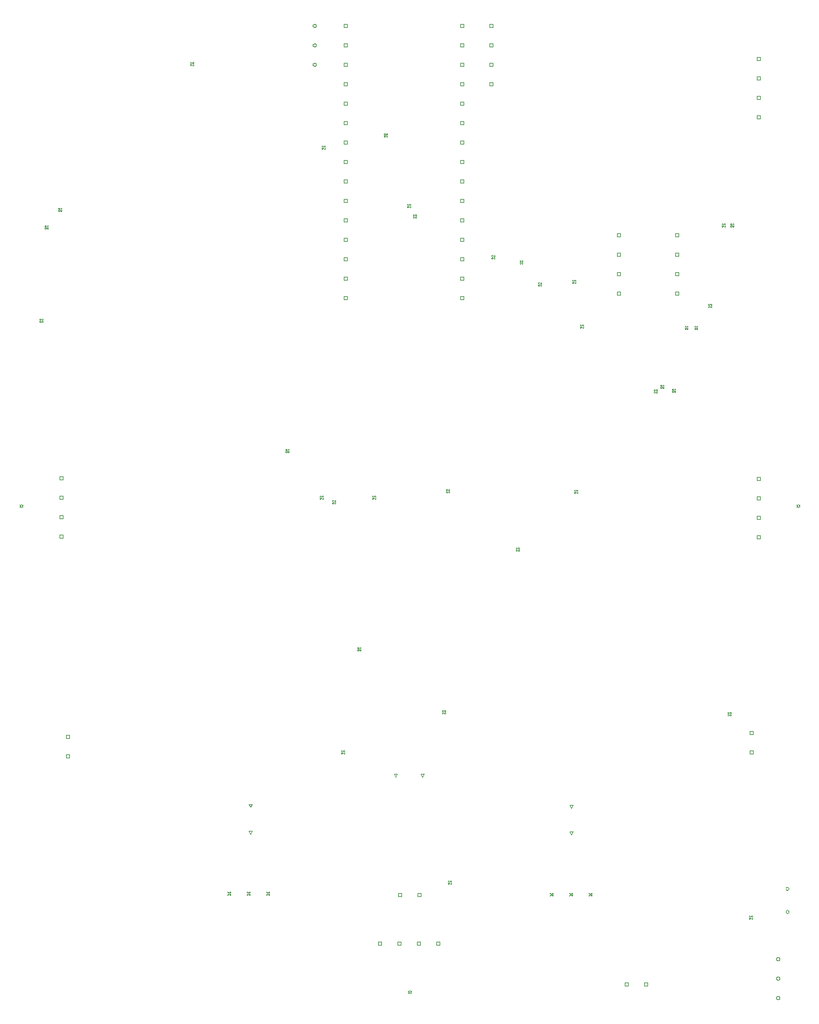
<source format=gbr>
G04*
G04 #@! TF.GenerationSoftware,Altium Limited,Altium Designer,22.4.2 (48)*
G04*
G04 Layer_Color=2752767*
%FSLAX24Y24*%
%MOIN*%
G70*
G04*
G04 #@! TF.SameCoordinates,537B0F5E-1D9E-48F4-ADA7-34FC38263873*
G04*
G04*
G04 #@! TF.FilePolarity,Positive*
G04*
G01*
G75*
%ADD70C,0.0020*%
%ADD71C,0.0027*%
D70*
X26620Y45620D02*
Y45780D01*
X26780D01*
Y45620D01*
X26620D01*
Y46620D02*
Y46780D01*
X26780D01*
Y46620D01*
X26620D01*
Y47620D02*
Y47780D01*
X26780D01*
Y47620D01*
X26620D01*
Y48620D02*
Y48780D01*
X26780D01*
Y48620D01*
X26620D01*
Y49620D02*
Y49780D01*
X26780D01*
Y49620D01*
X26620D01*
Y50620D02*
Y50780D01*
X26780D01*
Y50620D01*
X26620D01*
Y51620D02*
Y51780D01*
X26780D01*
Y51620D01*
X26620D01*
Y52620D02*
Y52780D01*
X26780D01*
Y52620D01*
X26620D01*
Y53620D02*
Y53780D01*
X26780D01*
Y53620D01*
X26620D01*
Y54620D02*
Y54780D01*
X26780D01*
Y54620D01*
X26620D01*
Y55620D02*
Y55780D01*
X26780D01*
Y55620D01*
X26620D01*
Y56620D02*
Y56780D01*
X26780D01*
Y56620D01*
X26620D01*
Y57620D02*
Y57780D01*
X26780D01*
Y57620D01*
X26620D01*
Y58620D02*
Y58780D01*
X26780D01*
Y58620D01*
X26620D01*
Y59620D02*
Y59780D01*
X26780D01*
Y59620D01*
X26620D01*
X32620Y45620D02*
Y45780D01*
X32780D01*
Y45620D01*
X32620D01*
Y46620D02*
Y46780D01*
X32780D01*
Y46620D01*
X32620D01*
Y47620D02*
Y47780D01*
X32780D01*
Y47620D01*
X32620D01*
Y48620D02*
Y48780D01*
X32780D01*
Y48620D01*
X32620D01*
Y49620D02*
Y49780D01*
X32780D01*
Y49620D01*
X32620D01*
Y50620D02*
Y50780D01*
X32780D01*
Y50620D01*
X32620D01*
Y51620D02*
Y51780D01*
X32780D01*
Y51620D01*
X32620D01*
Y52620D02*
Y52780D01*
X32780D01*
Y52620D01*
X32620D01*
Y53620D02*
Y53780D01*
X32780D01*
Y53620D01*
X32620D01*
Y54620D02*
Y54780D01*
X32780D01*
Y54620D01*
X32620D01*
Y55620D02*
Y55780D01*
X32780D01*
Y55620D01*
X32620D01*
Y56620D02*
Y56780D01*
X32780D01*
Y56620D01*
X32620D01*
Y57620D02*
Y57780D01*
X32780D01*
Y57620D01*
X32620D01*
Y58620D02*
Y58780D01*
X32780D01*
Y58620D01*
X32620D01*
Y59620D02*
Y59780D01*
X32780D01*
Y59620D01*
X32620D01*
X30650Y21070D02*
X30570Y21230D01*
X30730D01*
X30650Y21070D01*
X29272D02*
X29192Y21230D01*
X29352D01*
X29272Y21070D01*
X47870Y54920D02*
Y55080D01*
X48030D01*
Y54920D01*
X47870D01*
Y55920D02*
Y56080D01*
X48030D01*
Y55920D01*
X47870D01*
Y56920D02*
Y57080D01*
X48030D01*
Y56920D01*
X47870D01*
Y57920D02*
Y58080D01*
X48030D01*
Y57920D01*
X47870D01*
X28370Y12420D02*
Y12580D01*
X28530D01*
Y12420D01*
X28370D01*
X29370D02*
Y12580D01*
X29530D01*
Y12420D01*
X29370D01*
X30370D02*
Y12580D01*
X30530D01*
Y12420D01*
X30370D01*
X31370D02*
Y12580D01*
X31530D01*
Y12420D01*
X31370D01*
X43670Y48870D02*
Y49030D01*
X43830D01*
Y48870D01*
X43670D01*
Y47870D02*
Y48030D01*
X43830D01*
Y47870D01*
X43670D01*
Y46870D02*
Y47030D01*
X43830D01*
Y46870D01*
X43670D01*
Y45870D02*
Y46030D01*
X43830D01*
Y45870D01*
X43670D01*
X40670Y48870D02*
Y49030D01*
X40830D01*
Y48870D01*
X40670D01*
Y47870D02*
Y48030D01*
X40830D01*
Y47870D01*
X40670D01*
Y46870D02*
Y47030D01*
X40830D01*
Y46870D01*
X40670D01*
Y45870D02*
Y46030D01*
X40830D01*
Y45870D01*
X40670D01*
X10000Y34920D02*
X10040Y34960D01*
X10080D01*
X10040Y35000D01*
X10080Y35040D01*
X10040D01*
X10000Y35080D01*
X9960Y35040D01*
X9920D01*
X9960Y35000D01*
X9920Y34960D01*
X9960D01*
X10000Y34920D01*
X50000D02*
X50040Y34960D01*
X50080D01*
X50040Y35000D01*
X50080Y35040D01*
X50040D01*
X50000Y35080D01*
X49960Y35040D01*
X49920D01*
X49960Y35000D01*
X49920Y34960D01*
X49960D01*
X50000Y34920D01*
X30000Y9920D02*
X30040Y9960D01*
X30080D01*
X30040Y10000D01*
X30080Y10040D01*
X30040D01*
X30000Y10080D01*
X29960Y10040D01*
X29920D01*
X29960Y10000D01*
X29920Y9960D01*
X29960D01*
X30000Y9920D01*
X38311Y19459D02*
X38231Y19619D01*
X38391D01*
X38311Y19459D01*
Y18081D02*
X38231Y18241D01*
X38391D01*
X38311Y18081D01*
X21789Y18131D02*
X21709Y18291D01*
X21869D01*
X21789Y18131D01*
Y19509D02*
X21709Y19669D01*
X21869D01*
X21789Y19509D01*
X20620Y14994D02*
X20660Y15074D01*
X20620Y15154D01*
X20700Y15114D01*
X20780Y15154D01*
X20740Y15074D01*
X20780Y14994D01*
X20700Y15034D01*
X20620Y14994D01*
X21620D02*
X21660Y15074D01*
X21620Y15154D01*
X21700Y15114D01*
X21780Y15154D01*
X21740Y15074D01*
X21780Y14994D01*
X21700Y15034D01*
X21620Y14994D01*
X22620D02*
X22660Y15074D01*
X22620Y15154D01*
X22700Y15114D01*
X22780Y15154D01*
X22740Y15074D01*
X22780Y14994D01*
X22700Y15034D01*
X22620Y14994D01*
X37220Y14944D02*
X37260Y15024D01*
X37220Y15104D01*
X37300Y15064D01*
X37380Y15104D01*
X37340Y15024D01*
X37380Y14944D01*
X37300Y14984D01*
X37220Y14944D01*
X38220D02*
X38260Y15024D01*
X38220Y15104D01*
X38300Y15064D01*
X38380Y15104D01*
X38340Y15024D01*
X38380Y14944D01*
X38300Y14984D01*
X38220Y14944D01*
X39220D02*
X39260Y15024D01*
X39220Y15104D01*
X39300Y15064D01*
X39380Y15104D01*
X39340Y15024D01*
X39380Y14944D01*
X39300Y14984D01*
X39220Y14944D01*
X29420Y14920D02*
Y15080D01*
X29580D01*
Y14920D01*
X29420D01*
X30420D02*
Y15080D01*
X30580D01*
Y14920D01*
X30420D01*
X34120Y59620D02*
Y59780D01*
X34280D01*
Y59620D01*
X34120D01*
Y58620D02*
Y58780D01*
X34280D01*
Y58620D01*
X34120D01*
Y57620D02*
Y57780D01*
X34280D01*
Y57620D01*
X34120D01*
Y56620D02*
Y56780D01*
X34280D01*
Y56620D01*
X34120D01*
X11970Y36370D02*
Y36530D01*
X12130D01*
Y36370D01*
X11970D01*
Y35370D02*
Y35530D01*
X12130D01*
Y35370D01*
X11970D01*
Y34370D02*
Y34530D01*
X12130D01*
Y34370D01*
X11970D01*
Y33370D02*
Y33530D01*
X12130D01*
Y33370D01*
X11970D01*
X47870Y33320D02*
Y33480D01*
X48030D01*
Y33320D01*
X47870D01*
Y34320D02*
Y34480D01*
X48030D01*
Y34320D01*
X47870D01*
Y35320D02*
Y35480D01*
X48030D01*
Y35320D01*
X47870D01*
Y36320D02*
Y36480D01*
X48030D01*
Y36320D01*
X47870D01*
X48910Y9660D02*
Y9620D01*
X48990D01*
Y9660D01*
X49030D01*
Y9740D01*
X48990D01*
Y9780D01*
X48910D01*
Y9740D01*
X48870D01*
Y9660D01*
X48910D01*
Y10660D02*
Y10620D01*
X48990D01*
Y10660D01*
X49030D01*
Y10740D01*
X48990D01*
Y10780D01*
X48910D01*
Y10740D01*
X48870D01*
Y10660D01*
X48910D01*
Y11660D02*
Y11620D01*
X48990D01*
Y11660D01*
X49030D01*
Y11740D01*
X48990D01*
Y11780D01*
X48910D01*
Y11740D01*
X48870D01*
Y11660D01*
X48910D01*
X25060Y57660D02*
Y57620D01*
X25140D01*
Y57660D01*
X25180D01*
Y57740D01*
X25140D01*
Y57780D01*
X25060D01*
Y57740D01*
X25020D01*
Y57660D01*
X25060D01*
Y58660D02*
Y58620D01*
X25140D01*
Y58660D01*
X25180D01*
Y58740D01*
X25140D01*
Y58780D01*
X25060D01*
Y58740D01*
X25020D01*
Y58660D01*
X25060D01*
Y59660D02*
Y59620D01*
X25140D01*
Y59660D01*
X25180D01*
Y59740D01*
X25140D01*
Y59780D01*
X25060D01*
Y59740D01*
X25020D01*
Y59660D01*
X25060D01*
X47515Y22250D02*
Y22410D01*
X47675D01*
Y22250D01*
X47515D01*
Y23250D02*
Y23410D01*
X47675D01*
Y23250D01*
X47515D01*
X41070Y10320D02*
Y10480D01*
X41230D01*
Y10320D01*
X41070D01*
X42070D02*
Y10480D01*
X42230D01*
Y10320D01*
X42070D01*
X12320Y23070D02*
Y23230D01*
X12480D01*
Y23070D01*
X12320D01*
Y22070D02*
Y22230D01*
X12480D01*
Y22070D01*
X12320D01*
X34220Y47720D02*
X34260D01*
X34300Y47760D01*
X34340Y47720D01*
X34380D01*
Y47760D01*
X34340Y47800D01*
X34380Y47840D01*
Y47880D01*
X34340D01*
X34300Y47840D01*
X34260Y47880D01*
X34220D01*
Y47840D01*
X34260Y47800D01*
X34220Y47760D01*
Y47720D01*
X36620Y46320D02*
X36660D01*
X36700Y46360D01*
X36740Y46320D01*
X36780D01*
Y46360D01*
X36740Y46400D01*
X36780Y46440D01*
Y46480D01*
X36740D01*
X36700Y46440D01*
X36660Y46480D01*
X36620D01*
Y46440D01*
X36660Y46400D01*
X36620Y46360D01*
Y46320D01*
X38470Y35670D02*
X38510D01*
X38550Y35710D01*
X38590Y35670D01*
X38630D01*
Y35710D01*
X38590Y35750D01*
X38630Y35790D01*
Y35830D01*
X38590D01*
X38550Y35790D01*
X38510Y35830D01*
X38470D01*
Y35790D01*
X38510Y35750D01*
X38470Y35710D01*
Y35670D01*
X38370Y46470D02*
X38410D01*
X38450Y46510D01*
X38490Y46470D01*
X38530D01*
Y46510D01*
X38490Y46550D01*
X38530Y46590D01*
Y46630D01*
X38490D01*
X38450Y46590D01*
X38410Y46630D01*
X38370D01*
Y46590D01*
X38410Y46550D01*
X38370Y46510D01*
Y46470D01*
X18698Y57662D02*
X18738D01*
X18778Y57702D01*
X18818Y57662D01*
X18858D01*
Y57702D01*
X18818Y57742D01*
X18858Y57782D01*
Y57822D01*
X18818D01*
X18778Y57782D01*
X18738Y57822D01*
X18698D01*
Y57782D01*
X18738Y57742D01*
X18698Y57702D01*
Y57662D01*
X10948Y44462D02*
X10988D01*
X11028Y44502D01*
X11068Y44462D01*
X11108D01*
Y44502D01*
X11068Y44542D01*
X11108Y44582D01*
Y44622D01*
X11068D01*
X11028Y44582D01*
X10988Y44622D01*
X10948D01*
Y44582D01*
X10988Y44542D01*
X10948Y44502D01*
Y44462D01*
X11920Y50170D02*
X11960D01*
X12000Y50210D01*
X12040Y50170D01*
X12080D01*
Y50210D01*
X12040Y50250D01*
X12080Y50290D01*
Y50330D01*
X12040D01*
X12000Y50290D01*
X11960Y50330D01*
X11920D01*
Y50290D01*
X11960Y50250D01*
X11920Y50210D01*
Y50170D01*
X11220Y49270D02*
X11260D01*
X11300Y49310D01*
X11340Y49270D01*
X11380D01*
Y49310D01*
X11340Y49350D01*
X11380Y49390D01*
Y49430D01*
X11340D01*
X11300Y49390D01*
X11260Y49430D01*
X11220D01*
Y49390D01*
X11260Y49350D01*
X11220Y49310D01*
Y49270D01*
X25370Y35370D02*
X25410D01*
X25450Y35410D01*
X25490Y35370D01*
X25530D01*
Y35410D01*
X25490Y35450D01*
X25530Y35490D01*
Y35530D01*
X25490D01*
X25450Y35490D01*
X25410Y35530D01*
X25370D01*
Y35490D01*
X25410Y35450D01*
X25370Y35410D01*
Y35370D01*
X26020Y35120D02*
X26060D01*
X26100Y35160D01*
X26140Y35120D01*
X26180D01*
Y35160D01*
X26140Y35200D01*
X26180Y35240D01*
Y35280D01*
X26140D01*
X26100Y35240D01*
X26060Y35280D01*
X26020D01*
Y35240D01*
X26060Y35200D01*
X26020Y35160D01*
Y35120D01*
X31670Y24320D02*
X31710D01*
X31750Y24360D01*
X31790Y24320D01*
X31830D01*
Y24360D01*
X31790Y24400D01*
X31830Y24440D01*
Y24480D01*
X31790D01*
X31750Y24440D01*
X31710Y24480D01*
X31670D01*
Y24440D01*
X31710Y24400D01*
X31670Y24360D01*
Y24320D01*
X27320Y27570D02*
X27360D01*
X27400Y27610D01*
X27440Y27570D01*
X27480D01*
Y27610D01*
X27440Y27650D01*
X27480Y27690D01*
Y27730D01*
X27440D01*
X27400Y27690D01*
X27360Y27730D01*
X27320D01*
Y27690D01*
X27360Y27650D01*
X27320Y27610D01*
Y27570D01*
X23620Y37770D02*
X23660D01*
X23700Y37810D01*
X23740Y37770D01*
X23780D01*
Y37810D01*
X23740Y37850D01*
X23780Y37890D01*
Y37930D01*
X23740D01*
X23700Y37890D01*
X23660Y37930D01*
X23620D01*
Y37890D01*
X23660Y37850D01*
X23620Y37810D01*
Y37770D01*
X25470Y53370D02*
X25510D01*
X25550Y53410D01*
X25590Y53370D01*
X25630D01*
Y53410D01*
X25590Y53450D01*
X25630Y53490D01*
Y53530D01*
X25590D01*
X25550Y53490D01*
X25510Y53530D01*
X25470D01*
Y53490D01*
X25510Y53450D01*
X25470Y53410D01*
Y53370D01*
X30170Y49820D02*
X30210D01*
X30250Y49860D01*
X30290Y49820D01*
X30330D01*
Y49860D01*
X30290Y49900D01*
X30330Y49940D01*
Y49980D01*
X30290D01*
X30250Y49940D01*
X30210Y49980D01*
X30170D01*
Y49940D01*
X30210Y49900D01*
X30170Y49860D01*
Y49820D01*
X29870Y50370D02*
X29910D01*
X29950Y50410D01*
X29990Y50370D01*
X30030D01*
Y50410D01*
X29990Y50450D01*
X30030Y50490D01*
Y50530D01*
X29990D01*
X29950Y50490D01*
X29910Y50530D01*
X29870D01*
Y50490D01*
X29910Y50450D01*
X29870Y50410D01*
Y50370D01*
X31878Y35687D02*
X31918D01*
X31958Y35727D01*
X31998Y35687D01*
X32038D01*
Y35727D01*
X31998Y35767D01*
X32038Y35807D01*
Y35847D01*
X31998D01*
X31958Y35807D01*
X31918Y35847D01*
X31878D01*
Y35807D01*
X31918Y35767D01*
X31878Y35727D01*
Y35687D01*
X28070Y35370D02*
X28110D01*
X28150Y35410D01*
X28190Y35370D01*
X28230D01*
Y35410D01*
X28190Y35450D01*
X28230Y35490D01*
Y35530D01*
X28190D01*
X28150Y35490D01*
X28110Y35530D01*
X28070D01*
Y35490D01*
X28110Y35450D01*
X28070Y35410D01*
Y35370D01*
X47470Y13770D02*
X47510D01*
X47550Y13810D01*
X47590Y13770D01*
X47630D01*
Y13810D01*
X47590Y13850D01*
X47630Y13890D01*
Y13930D01*
X47590D01*
X47550Y13890D01*
X47510Y13930D01*
X47470D01*
Y13890D01*
X47510Y13850D01*
X47470Y13810D01*
Y13770D01*
X35470Y32693D02*
X35510D01*
X35550Y32733D01*
X35590Y32693D01*
X35630D01*
Y32733D01*
X35590Y32773D01*
X35630Y32813D01*
Y32853D01*
X35590D01*
X35550Y32813D01*
X35510Y32853D01*
X35470D01*
Y32813D01*
X35510Y32773D01*
X35470Y32733D01*
Y32693D01*
X28682Y53982D02*
X28722D01*
X28762Y54022D01*
X28802Y53982D01*
X28842D01*
Y54022D01*
X28802Y54062D01*
X28842Y54102D01*
Y54142D01*
X28802D01*
X28762Y54102D01*
X28722Y54142D01*
X28682D01*
Y54102D01*
X28722Y54062D01*
X28682Y54022D01*
Y53982D01*
X46370Y24220D02*
X46410D01*
X46450Y24260D01*
X46490Y24220D01*
X46530D01*
Y24260D01*
X46490Y24300D01*
X46530Y24340D01*
Y24380D01*
X46490D01*
X46450Y24340D01*
X46410Y24380D01*
X46370D01*
Y24340D01*
X46410Y24300D01*
X46370Y24260D01*
Y24220D01*
X26470Y22270D02*
X26510D01*
X26550Y22310D01*
X26590Y22270D01*
X26630D01*
Y22310D01*
X26590Y22350D01*
X26630Y22390D01*
Y22430D01*
X26590D01*
X26550Y22390D01*
X26510Y22430D01*
X26470D01*
Y22390D01*
X26510Y22350D01*
X26470Y22310D01*
Y22270D01*
X31970Y15570D02*
X32010D01*
X32050Y15610D01*
X32090Y15570D01*
X32130D01*
Y15610D01*
X32090Y15650D01*
X32130Y15690D01*
Y15730D01*
X32090D01*
X32050Y15690D01*
X32010Y15730D01*
X31970D01*
Y15690D01*
X32010Y15650D01*
X31970Y15610D01*
Y15570D01*
X43520Y40870D02*
X43560D01*
X43600Y40910D01*
X43640Y40870D01*
X43680D01*
Y40910D01*
X43640Y40950D01*
X43680Y40990D01*
Y41030D01*
X43640D01*
X43600Y40990D01*
X43560Y41030D01*
X43520D01*
Y40990D01*
X43560Y40950D01*
X43520Y40910D01*
Y40870D01*
X44660Y44102D02*
X44700D01*
X44740Y44142D01*
X44780Y44102D01*
X44820D01*
Y44142D01*
X44780Y44182D01*
X44820Y44222D01*
Y44262D01*
X44780D01*
X44740Y44222D01*
X44700Y44262D01*
X44660D01*
Y44222D01*
X44700Y44182D01*
X44660Y44142D01*
Y44102D01*
X46070Y49370D02*
X46110D01*
X46150Y49410D01*
X46190Y49370D01*
X46230D01*
Y49410D01*
X46190Y49450D01*
X46230Y49490D01*
Y49530D01*
X46190D01*
X46150Y49490D01*
X46110Y49530D01*
X46070D01*
Y49490D01*
X46110Y49450D01*
X46070Y49410D01*
Y49370D01*
X46520D02*
X46560D01*
X46600Y49410D01*
X46640Y49370D01*
X46680D01*
Y49410D01*
X46640Y49450D01*
X46680Y49490D01*
Y49530D01*
X46640D01*
X46600Y49490D01*
X46560Y49530D01*
X46520D01*
Y49490D01*
X46560Y49450D01*
X46520Y49410D01*
Y49370D01*
X35660Y47452D02*
X35700D01*
X35740Y47492D01*
X35780Y47452D01*
X35820D01*
Y47492D01*
X35780Y47532D01*
X35820Y47572D01*
Y47612D01*
X35780D01*
X35740Y47572D01*
X35700Y47612D01*
X35660D01*
Y47572D01*
X35700Y47532D01*
X35660Y47492D01*
Y47452D01*
X44160Y44102D02*
X44200D01*
X44240Y44142D01*
X44280Y44102D01*
X44320D01*
Y44142D01*
X44280Y44182D01*
X44320Y44222D01*
Y44262D01*
X44280D01*
X44240Y44222D01*
X44200Y44262D01*
X44160D01*
Y44222D01*
X44200Y44182D01*
X44160Y44142D01*
Y44102D01*
X38770Y44170D02*
X38810D01*
X38850Y44210D01*
X38890Y44170D01*
X38930D01*
Y44210D01*
X38890Y44250D01*
X38930Y44290D01*
Y44330D01*
X38890D01*
X38850Y44290D01*
X38810Y44330D01*
X38770D01*
Y44290D01*
X38810Y44250D01*
X38770Y44210D01*
Y44170D01*
X42920Y41070D02*
X42960D01*
X43000Y41110D01*
X43040Y41070D01*
X43080D01*
Y41110D01*
X43040Y41150D01*
X43080Y41190D01*
Y41230D01*
X43040D01*
X43000Y41190D01*
X42960Y41230D01*
X42920D01*
Y41190D01*
X42960Y41150D01*
X42920Y41110D01*
Y41070D01*
X45370Y45220D02*
X45410D01*
X45450Y45260D01*
X45490Y45220D01*
X45530D01*
Y45260D01*
X45490Y45300D01*
X45530Y45340D01*
Y45380D01*
X45490D01*
X45450Y45340D01*
X45410Y45380D01*
X45370D01*
Y45340D01*
X45410Y45300D01*
X45370Y45260D01*
Y45220D01*
X42570Y40820D02*
X42610D01*
X42650Y40860D01*
X42690Y40820D01*
X42730D01*
Y40860D01*
X42690Y40900D01*
X42730Y40940D01*
Y40980D01*
X42690D01*
X42650Y40940D01*
X42610Y40980D01*
X42570D01*
Y40940D01*
X42610Y40900D01*
X42570Y40860D01*
Y40820D01*
D71*
X49530Y15300D02*
G03*
X49530Y15300I-80J0D01*
G01*
Y14119D02*
G03*
X49530Y14119I-80J0D01*
G01*
M02*

</source>
